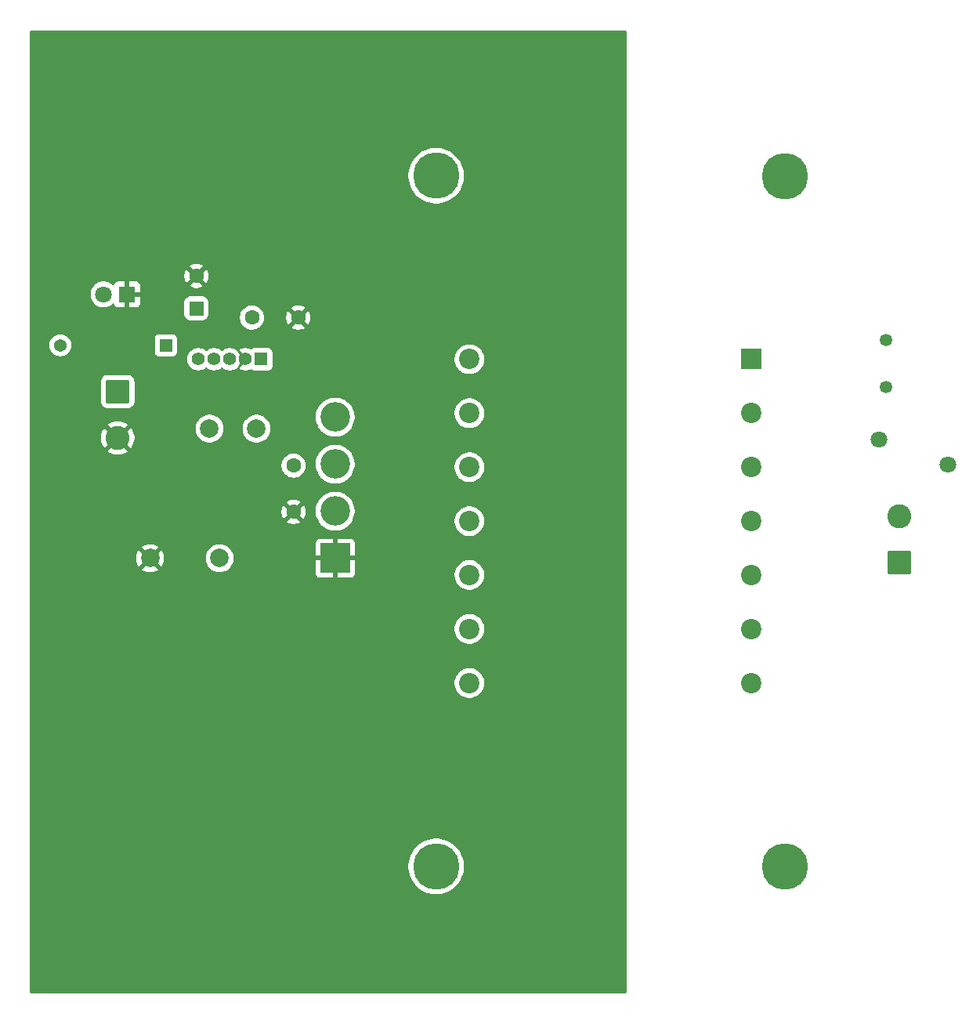
<source format=gbl>
G04 #@! TF.GenerationSoftware,KiCad,Pcbnew,9.0.7-9.0.7~ubuntu24.04.1*
G04 #@! TF.CreationDate,2026-02-08T18:38:21+03:00*
G04 #@! TF.ProjectId,Linear_PowerSup_v1,4c696e65-6172-45f5-906f-776572537570,rev?*
G04 #@! TF.SameCoordinates,Original*
G04 #@! TF.FileFunction,Copper,L2,Bot*
G04 #@! TF.FilePolarity,Positive*
%FSLAX46Y46*%
G04 Gerber Fmt 4.6, Leading zero omitted, Abs format (unit mm)*
G04 Created by KiCad (PCBNEW 9.0.7-9.0.7~ubuntu24.04.1) date 2026-02-08 18:38:21*
%MOMM*%
%LPD*%
G01*
G04 APERTURE LIST*
G04 Aperture macros list*
%AMRoundRect*
0 Rectangle with rounded corners*
0 $1 Rounding radius*
0 $2 $3 $4 $5 $6 $7 $8 $9 X,Y pos of 4 corners*
0 Add a 4 corners polygon primitive as box body*
4,1,4,$2,$3,$4,$5,$6,$7,$8,$9,$2,$3,0*
0 Add four circle primitives for the rounded corners*
1,1,$1+$1,$2,$3*
1,1,$1+$1,$4,$5*
1,1,$1+$1,$6,$7*
1,1,$1+$1,$8,$9*
0 Add four rect primitives between the rounded corners*
20,1,$1+$1,$2,$3,$4,$5,0*
20,1,$1+$1,$4,$5,$6,$7,0*
20,1,$1+$1,$6,$7,$8,$9,0*
20,1,$1+$1,$8,$9,$2,$3,0*%
G04 Aperture macros list end*
G04 #@! TA.AperFunction,ComponentPad*
%ADD10C,2.000000*%
G04 #@! TD*
G04 #@! TA.AperFunction,ComponentPad*
%ADD11RoundRect,0.250000X-1.050000X1.050000X-1.050000X-1.050000X1.050000X-1.050000X1.050000X1.050000X0*%
G04 #@! TD*
G04 #@! TA.AperFunction,ComponentPad*
%ADD12C,2.600000*%
G04 #@! TD*
G04 #@! TA.AperFunction,ComponentPad*
%ADD13RoundRect,0.250000X1.050000X-1.050000X1.050000X1.050000X-1.050000X1.050000X-1.050000X-1.050000X0*%
G04 #@! TD*
G04 #@! TA.AperFunction,ComponentPad*
%ADD14R,1.371600X1.371600*%
G04 #@! TD*
G04 #@! TA.AperFunction,ComponentPad*
%ADD15C,1.371600*%
G04 #@! TD*
G04 #@! TA.AperFunction,ComponentPad*
%ADD16C,1.600000*%
G04 #@! TD*
G04 #@! TA.AperFunction,ComponentPad*
%ADD17C,1.350000*%
G04 #@! TD*
G04 #@! TA.AperFunction,ComponentPad*
%ADD18C,1.800000*%
G04 #@! TD*
G04 #@! TA.AperFunction,ComponentPad*
%ADD19RoundRect,0.250000X0.550000X-0.550000X0.550000X0.550000X-0.550000X0.550000X-0.550000X-0.550000X0*%
G04 #@! TD*
G04 #@! TA.AperFunction,ComponentPad*
%ADD20R,1.800000X1.800000*%
G04 #@! TD*
G04 #@! TA.AperFunction,WasherPad*
%ADD21C,5.000000*%
G04 #@! TD*
G04 #@! TA.AperFunction,ComponentPad*
%ADD22R,2.200000X2.200000*%
G04 #@! TD*
G04 #@! TA.AperFunction,ComponentPad*
%ADD23C,2.200000*%
G04 #@! TD*
G04 #@! TA.AperFunction,ComponentPad*
%ADD24R,3.200000X3.200000*%
G04 #@! TD*
G04 #@! TA.AperFunction,ComponentPad*
%ADD25C,3.200000*%
G04 #@! TD*
G04 #@! TA.AperFunction,ComponentPad*
%ADD26R,1.410000X1.410000*%
G04 #@! TD*
G04 #@! TA.AperFunction,ComponentPad*
%ADD27C,1.410000*%
G04 #@! TD*
G04 APERTURE END LIST*
D10*
X91000000Y-96500000D03*
X83500000Y-96500000D03*
D11*
X80000000Y-78500000D03*
D12*
X80000000Y-83500000D03*
D13*
X164500000Y-97000000D03*
D12*
X164500000Y-92000000D03*
D14*
X85202300Y-73500000D03*
D15*
X73797700Y-73500000D03*
D16*
X99000000Y-86500000D03*
X99000000Y-91500000D03*
D17*
X163000000Y-78000000D03*
X163000000Y-72920000D03*
D16*
X94500000Y-70500000D03*
X99500000Y-70500000D03*
D18*
X162250000Y-83650000D03*
X169750000Y-86350000D03*
D19*
X88500000Y-69500000D03*
D16*
X88500000Y-66000000D03*
D20*
X81000000Y-68000000D03*
D18*
X78460000Y-68000000D03*
D21*
X152100184Y-55197303D03*
X152100000Y-129800000D03*
X114400000Y-129800000D03*
X114400000Y-55175000D03*
D22*
X148459835Y-74999590D03*
D23*
X148469939Y-80830000D03*
X148469939Y-86660000D03*
X148475000Y-92500000D03*
X148485095Y-98325000D03*
X148485095Y-104150000D03*
X148490165Y-110000410D03*
X118000000Y-110000000D03*
X118000000Y-104150000D03*
X118000000Y-98320000D03*
X118000686Y-92489964D03*
X118000000Y-86660000D03*
X118000000Y-80830000D03*
X118000000Y-75000000D03*
D24*
X103500000Y-96500000D03*
D25*
X103500000Y-91420000D03*
X103500000Y-86340000D03*
X103500000Y-81260000D03*
D10*
X95000000Y-82500000D03*
X89920000Y-82490000D03*
D26*
X95500000Y-75000000D03*
D27*
X93800000Y-75000000D03*
X92100000Y-75000000D03*
X90400000Y-75000000D03*
X88700000Y-75000000D03*
G04 #@! TA.AperFunction,Conductor*
G36*
X134943039Y-39520185D02*
G01*
X134988794Y-39572989D01*
X135000000Y-39624500D01*
X135000000Y-143375500D01*
X134980315Y-143442539D01*
X134927511Y-143488294D01*
X134876000Y-143499500D01*
X70624500Y-143499500D01*
X70557461Y-143479815D01*
X70511706Y-143427011D01*
X70500500Y-143375500D01*
X70500500Y-129631491D01*
X111399500Y-129631491D01*
X111399500Y-129968508D01*
X111437231Y-130303381D01*
X111437233Y-130303397D01*
X111512223Y-130631953D01*
X111512227Y-130631965D01*
X111623532Y-130950054D01*
X111769752Y-131253683D01*
X111769754Y-131253686D01*
X111949054Y-131539039D01*
X112159175Y-131802523D01*
X112397477Y-132040825D01*
X112660961Y-132250946D01*
X112946314Y-132430246D01*
X113249949Y-132576469D01*
X113488848Y-132660063D01*
X113568034Y-132687772D01*
X113568046Y-132687776D01*
X113896606Y-132762767D01*
X114231492Y-132800499D01*
X114231493Y-132800500D01*
X114231496Y-132800500D01*
X114568507Y-132800500D01*
X114568507Y-132800499D01*
X114903394Y-132762767D01*
X115231954Y-132687776D01*
X115550051Y-132576469D01*
X115853686Y-132430246D01*
X116139039Y-132250946D01*
X116402523Y-132040825D01*
X116640825Y-131802523D01*
X116850946Y-131539039D01*
X117030246Y-131253686D01*
X117176469Y-130950051D01*
X117287776Y-130631954D01*
X117362767Y-130303394D01*
X117400500Y-129968504D01*
X117400500Y-129631496D01*
X117362767Y-129296606D01*
X117287776Y-128968046D01*
X117176469Y-128649949D01*
X117030246Y-128346314D01*
X116850946Y-128060961D01*
X116640825Y-127797477D01*
X116402523Y-127559175D01*
X116139039Y-127349054D01*
X115853686Y-127169754D01*
X115853683Y-127169752D01*
X115550054Y-127023532D01*
X115231965Y-126912227D01*
X115231953Y-126912223D01*
X114903397Y-126837233D01*
X114903381Y-126837231D01*
X114568508Y-126799500D01*
X114568504Y-126799500D01*
X114231496Y-126799500D01*
X114231491Y-126799500D01*
X113896618Y-126837231D01*
X113896602Y-126837233D01*
X113568046Y-126912223D01*
X113568034Y-126912227D01*
X113249945Y-127023532D01*
X112946316Y-127169752D01*
X112660962Y-127349053D01*
X112397477Y-127559174D01*
X112159174Y-127797477D01*
X111949053Y-128060962D01*
X111769752Y-128346316D01*
X111623532Y-128649945D01*
X111512227Y-128968034D01*
X111512223Y-128968046D01*
X111437233Y-129296602D01*
X111437231Y-129296618D01*
X111399500Y-129631491D01*
X70500500Y-129631491D01*
X70500500Y-109874038D01*
X116399500Y-109874038D01*
X116399500Y-110125961D01*
X116438910Y-110374785D01*
X116516760Y-110614383D01*
X116631132Y-110838848D01*
X116779201Y-111042649D01*
X116779205Y-111042654D01*
X116957345Y-111220794D01*
X116957350Y-111220798D01*
X117135117Y-111349952D01*
X117161155Y-111368870D01*
X117304184Y-111441747D01*
X117385616Y-111483239D01*
X117385618Y-111483239D01*
X117385621Y-111483241D01*
X117625215Y-111561090D01*
X117874038Y-111600500D01*
X117874039Y-111600500D01*
X118125961Y-111600500D01*
X118125962Y-111600500D01*
X118374785Y-111561090D01*
X118614379Y-111483241D01*
X118838845Y-111368870D01*
X119042656Y-111220793D01*
X119220793Y-111042656D01*
X119368870Y-110838845D01*
X119483241Y-110614379D01*
X119561090Y-110374785D01*
X119600500Y-110125962D01*
X119600500Y-109874038D01*
X119561090Y-109625215D01*
X119483241Y-109385621D01*
X119483239Y-109385618D01*
X119483239Y-109385616D01*
X119441747Y-109304184D01*
X119368870Y-109161155D01*
X119349952Y-109135117D01*
X119220798Y-108957350D01*
X119220794Y-108957345D01*
X119042654Y-108779205D01*
X119042649Y-108779201D01*
X118838848Y-108631132D01*
X118838847Y-108631131D01*
X118838845Y-108631130D01*
X118768747Y-108595413D01*
X118614383Y-108516760D01*
X118374785Y-108438910D01*
X118125962Y-108399500D01*
X117874038Y-108399500D01*
X117749626Y-108419205D01*
X117625214Y-108438910D01*
X117385616Y-108516760D01*
X117161151Y-108631132D01*
X116957350Y-108779201D01*
X116957345Y-108779205D01*
X116779205Y-108957345D01*
X116779201Y-108957350D01*
X116631132Y-109161151D01*
X116516760Y-109385616D01*
X116438910Y-109625214D01*
X116399500Y-109874038D01*
X70500500Y-109874038D01*
X70500500Y-104024038D01*
X116399500Y-104024038D01*
X116399500Y-104275961D01*
X116438910Y-104524785D01*
X116516760Y-104764383D01*
X116631132Y-104988848D01*
X116779201Y-105192649D01*
X116779205Y-105192654D01*
X116957345Y-105370794D01*
X116957350Y-105370798D01*
X117135117Y-105499952D01*
X117161155Y-105518870D01*
X117304184Y-105591747D01*
X117385616Y-105633239D01*
X117385618Y-105633239D01*
X117385621Y-105633241D01*
X117625215Y-105711090D01*
X117874038Y-105750500D01*
X117874039Y-105750500D01*
X118125961Y-105750500D01*
X118125962Y-105750500D01*
X118374785Y-105711090D01*
X118614379Y-105633241D01*
X118838845Y-105518870D01*
X119042656Y-105370793D01*
X119220793Y-105192656D01*
X119368870Y-104988845D01*
X119483241Y-104764379D01*
X119561090Y-104524785D01*
X119600500Y-104275962D01*
X119600500Y-104024038D01*
X119561090Y-103775215D01*
X119483241Y-103535621D01*
X119483239Y-103535618D01*
X119483239Y-103535616D01*
X119441747Y-103454184D01*
X119368870Y-103311155D01*
X119349952Y-103285117D01*
X119220798Y-103107350D01*
X119220794Y-103107345D01*
X119042654Y-102929205D01*
X119042649Y-102929201D01*
X118838848Y-102781132D01*
X118838847Y-102781131D01*
X118838845Y-102781130D01*
X118768747Y-102745413D01*
X118614383Y-102666760D01*
X118374785Y-102588910D01*
X118125962Y-102549500D01*
X117874038Y-102549500D01*
X117749626Y-102569205D01*
X117625214Y-102588910D01*
X117385616Y-102666760D01*
X117161151Y-102781132D01*
X116957350Y-102929201D01*
X116957345Y-102929205D01*
X116779205Y-103107345D01*
X116779201Y-103107350D01*
X116631132Y-103311151D01*
X116516760Y-103535616D01*
X116438910Y-103775214D01*
X116399500Y-104024038D01*
X70500500Y-104024038D01*
X70500500Y-96381947D01*
X82000000Y-96381947D01*
X82000000Y-96618052D01*
X82036934Y-96851247D01*
X82109897Y-97075802D01*
X82217087Y-97286174D01*
X82277338Y-97369104D01*
X82277340Y-97369105D01*
X83017037Y-96629408D01*
X83034075Y-96692993D01*
X83099901Y-96807007D01*
X83192993Y-96900099D01*
X83307007Y-96965925D01*
X83370590Y-96982962D01*
X82630893Y-97722658D01*
X82713828Y-97782914D01*
X82924197Y-97890102D01*
X83148752Y-97963065D01*
X83148751Y-97963065D01*
X83381948Y-98000000D01*
X83618052Y-98000000D01*
X83851247Y-97963065D01*
X84075802Y-97890102D01*
X84286163Y-97782918D01*
X84286169Y-97782914D01*
X84369104Y-97722658D01*
X84369105Y-97722658D01*
X83629408Y-96982962D01*
X83692993Y-96965925D01*
X83807007Y-96900099D01*
X83900099Y-96807007D01*
X83965925Y-96692993D01*
X83982962Y-96629409D01*
X84722658Y-97369105D01*
X84722658Y-97369104D01*
X84782914Y-97286169D01*
X84782918Y-97286163D01*
X84890102Y-97075802D01*
X84963065Y-96851247D01*
X85000000Y-96618052D01*
X85000000Y-96381947D01*
X84999993Y-96381902D01*
X89499500Y-96381902D01*
X89499500Y-96618097D01*
X89536446Y-96851368D01*
X89609433Y-97075996D01*
X89677178Y-97208951D01*
X89716657Y-97286433D01*
X89855483Y-97477510D01*
X90022490Y-97644517D01*
X90213567Y-97783343D01*
X90312991Y-97834002D01*
X90424003Y-97890566D01*
X90424005Y-97890566D01*
X90424008Y-97890568D01*
X90544412Y-97929689D01*
X90648631Y-97963553D01*
X90881903Y-98000500D01*
X90881908Y-98000500D01*
X91118097Y-98000500D01*
X91351368Y-97963553D01*
X91407809Y-97945214D01*
X91575992Y-97890568D01*
X91786433Y-97783343D01*
X91977510Y-97644517D01*
X92144517Y-97477510D01*
X92283343Y-97286433D01*
X92390568Y-97075992D01*
X92463553Y-96851368D01*
X92484439Y-96719500D01*
X92490816Y-96679240D01*
X92500500Y-96618097D01*
X92500500Y-96381902D01*
X92463553Y-96148631D01*
X92390566Y-95924003D01*
X92322822Y-95791049D01*
X92283343Y-95713567D01*
X92144517Y-95522490D01*
X91977510Y-95355483D01*
X91786433Y-95216657D01*
X91575996Y-95109433D01*
X91351368Y-95036446D01*
X91118097Y-94999500D01*
X91118092Y-94999500D01*
X90881908Y-94999500D01*
X90881903Y-94999500D01*
X90648631Y-95036446D01*
X90424003Y-95109433D01*
X90213566Y-95216657D01*
X90130047Y-95277338D01*
X90022490Y-95355483D01*
X90022488Y-95355485D01*
X90022487Y-95355485D01*
X89855485Y-95522487D01*
X89855485Y-95522488D01*
X89855483Y-95522490D01*
X89795862Y-95604550D01*
X89716657Y-95713566D01*
X89609433Y-95924003D01*
X89536446Y-96148631D01*
X89499500Y-96381902D01*
X84999993Y-96381902D01*
X84963065Y-96148752D01*
X84890102Y-95924197D01*
X84782914Y-95713828D01*
X84722658Y-95630894D01*
X84722658Y-95630893D01*
X83982962Y-96370590D01*
X83965925Y-96307007D01*
X83900099Y-96192993D01*
X83807007Y-96099901D01*
X83692993Y-96034075D01*
X83629409Y-96017037D01*
X84369105Y-95277340D01*
X84369104Y-95277338D01*
X84286174Y-95217087D01*
X84075802Y-95109897D01*
X83851247Y-95036934D01*
X83851248Y-95036934D01*
X83618052Y-95000000D01*
X83381948Y-95000000D01*
X83148752Y-95036934D01*
X82924197Y-95109897D01*
X82713830Y-95217084D01*
X82630894Y-95277340D01*
X83370591Y-96017037D01*
X83307007Y-96034075D01*
X83192993Y-96099901D01*
X83099901Y-96192993D01*
X83034075Y-96307007D01*
X83017037Y-96370591D01*
X82277340Y-95630894D01*
X82217084Y-95713830D01*
X82109897Y-95924197D01*
X82036934Y-96148752D01*
X82000000Y-96381947D01*
X70500500Y-96381947D01*
X70500500Y-94852155D01*
X101400000Y-94852155D01*
X101400000Y-96250000D01*
X102737639Y-96250000D01*
X102730743Y-96266649D01*
X102700000Y-96421207D01*
X102700000Y-96578793D01*
X102730743Y-96733351D01*
X102737639Y-96750000D01*
X101400000Y-96750000D01*
X101400000Y-98147844D01*
X101406401Y-98207372D01*
X101406403Y-98207379D01*
X101456645Y-98342086D01*
X101456649Y-98342093D01*
X101542809Y-98457187D01*
X101542812Y-98457190D01*
X101657906Y-98543350D01*
X101657913Y-98543354D01*
X101792620Y-98593596D01*
X101792627Y-98593598D01*
X101852155Y-98599999D01*
X101852172Y-98600000D01*
X103250000Y-98600000D01*
X103250000Y-97262360D01*
X103266649Y-97269257D01*
X103421207Y-97300000D01*
X103578793Y-97300000D01*
X103733351Y-97269257D01*
X103750000Y-97262360D01*
X103750000Y-98600000D01*
X105147828Y-98600000D01*
X105147844Y-98599999D01*
X105207372Y-98593598D01*
X105207379Y-98593596D01*
X105342086Y-98543354D01*
X105342093Y-98543350D01*
X105457187Y-98457190D01*
X105457190Y-98457187D01*
X105543350Y-98342093D01*
X105543354Y-98342086D01*
X105593596Y-98207380D01*
X105595031Y-98194038D01*
X116399500Y-98194038D01*
X116399500Y-98445962D01*
X116422883Y-98593596D01*
X116438910Y-98694785D01*
X116516760Y-98934383D01*
X116631132Y-99158848D01*
X116779201Y-99362649D01*
X116779205Y-99362654D01*
X116957345Y-99540794D01*
X116957350Y-99540798D01*
X117135117Y-99669952D01*
X117161155Y-99688870D01*
X117304184Y-99761747D01*
X117385616Y-99803239D01*
X117385618Y-99803239D01*
X117385621Y-99803241D01*
X117625215Y-99881090D01*
X117874038Y-99920500D01*
X117874039Y-99920500D01*
X118125961Y-99920500D01*
X118125962Y-99920500D01*
X118374785Y-99881090D01*
X118614379Y-99803241D01*
X118838845Y-99688870D01*
X119042656Y-99540793D01*
X119220793Y-99362656D01*
X119368870Y-99158845D01*
X119483241Y-98934379D01*
X119561090Y-98694785D01*
X119600500Y-98445962D01*
X119600500Y-98194038D01*
X119561090Y-97945215D01*
X119483241Y-97705621D01*
X119483239Y-97705618D01*
X119483239Y-97705616D01*
X119441747Y-97624184D01*
X119368870Y-97481155D01*
X119287461Y-97369105D01*
X119220798Y-97277350D01*
X119220794Y-97277345D01*
X119042654Y-97099205D01*
X119042649Y-97099201D01*
X118838848Y-96951132D01*
X118838847Y-96951131D01*
X118838845Y-96951130D01*
X118738691Y-96900099D01*
X118614383Y-96836760D01*
X118374785Y-96758910D01*
X118318530Y-96750000D01*
X118125962Y-96719500D01*
X117874038Y-96719500D01*
X117786587Y-96733351D01*
X117625214Y-96758910D01*
X117385616Y-96836760D01*
X117161151Y-96951132D01*
X116957350Y-97099201D01*
X116957345Y-97099205D01*
X116779205Y-97277345D01*
X116779201Y-97277350D01*
X116631132Y-97481151D01*
X116516760Y-97705616D01*
X116438910Y-97945214D01*
X116430233Y-98000000D01*
X116399500Y-98194038D01*
X105595031Y-98194038D01*
X105596980Y-98175911D01*
X105596980Y-98175908D01*
X105599999Y-98147839D01*
X105600000Y-98147827D01*
X105600000Y-96750000D01*
X104262361Y-96750000D01*
X104269257Y-96733351D01*
X104300000Y-96578793D01*
X104300000Y-96421207D01*
X104269257Y-96266649D01*
X104262361Y-96250000D01*
X105600000Y-96250000D01*
X105600000Y-94852172D01*
X105599999Y-94852155D01*
X105593598Y-94792627D01*
X105593596Y-94792620D01*
X105543354Y-94657913D01*
X105543350Y-94657906D01*
X105457190Y-94542812D01*
X105457187Y-94542809D01*
X105342093Y-94456649D01*
X105342086Y-94456645D01*
X105207379Y-94406403D01*
X105207372Y-94406401D01*
X105147844Y-94400000D01*
X103750000Y-94400000D01*
X103750000Y-95737639D01*
X103733351Y-95730743D01*
X103578793Y-95700000D01*
X103421207Y-95700000D01*
X103266649Y-95730743D01*
X103250000Y-95737639D01*
X103250000Y-94400000D01*
X101852155Y-94400000D01*
X101792627Y-94406401D01*
X101792620Y-94406403D01*
X101657913Y-94456645D01*
X101657906Y-94456649D01*
X101542812Y-94542809D01*
X101542809Y-94542812D01*
X101456649Y-94657906D01*
X101456645Y-94657913D01*
X101406403Y-94792620D01*
X101406401Y-94792627D01*
X101400000Y-94852155D01*
X70500500Y-94852155D01*
X70500500Y-91397682D01*
X97700000Y-91397682D01*
X97700000Y-91602317D01*
X97732009Y-91804417D01*
X97795244Y-91999031D01*
X97888141Y-92181350D01*
X97888147Y-92181359D01*
X97920523Y-92225921D01*
X97920524Y-92225922D01*
X98600000Y-91546446D01*
X98600000Y-91552661D01*
X98627259Y-91654394D01*
X98679920Y-91745606D01*
X98754394Y-91820080D01*
X98845606Y-91872741D01*
X98947339Y-91900000D01*
X98953553Y-91900000D01*
X98274076Y-92579474D01*
X98318650Y-92611859D01*
X98500968Y-92704755D01*
X98695582Y-92767990D01*
X98897683Y-92800000D01*
X99102317Y-92800000D01*
X99304417Y-92767990D01*
X99499031Y-92704755D01*
X99681349Y-92611859D01*
X99725921Y-92579474D01*
X99046447Y-91900000D01*
X99052661Y-91900000D01*
X99154394Y-91872741D01*
X99245606Y-91820080D01*
X99320080Y-91745606D01*
X99372741Y-91654394D01*
X99400000Y-91552661D01*
X99400000Y-91546448D01*
X100079474Y-92225922D01*
X100079474Y-92225921D01*
X100111859Y-92181349D01*
X100204755Y-91999031D01*
X100267990Y-91804417D01*
X100300000Y-91602317D01*
X100300000Y-91397682D01*
X100284159Y-91297665D01*
X100281730Y-91282332D01*
X101399500Y-91282332D01*
X101399500Y-91557667D01*
X101399501Y-91557684D01*
X101435438Y-91830655D01*
X101435439Y-91830660D01*
X101435440Y-91830666D01*
X101435441Y-91830668D01*
X101506704Y-92096630D01*
X101612075Y-92351017D01*
X101612080Y-92351028D01*
X101694861Y-92494407D01*
X101749751Y-92589479D01*
X101749753Y-92589482D01*
X101749754Y-92589483D01*
X101917370Y-92807926D01*
X101917376Y-92807933D01*
X102112066Y-93002623D01*
X102112072Y-93002628D01*
X102330521Y-93170249D01*
X102483778Y-93258732D01*
X102568971Y-93307919D01*
X102568976Y-93307921D01*
X102568979Y-93307923D01*
X102823368Y-93413295D01*
X103089334Y-93484560D01*
X103362326Y-93520500D01*
X103362333Y-93520500D01*
X103637667Y-93520500D01*
X103637674Y-93520500D01*
X103910666Y-93484560D01*
X104176632Y-93413295D01*
X104431021Y-93307923D01*
X104669479Y-93170249D01*
X104887928Y-93002628D01*
X105082628Y-92807928D01*
X105250249Y-92589479D01*
X105380428Y-92364002D01*
X116400186Y-92364002D01*
X116400186Y-92615925D01*
X116439596Y-92864749D01*
X116517446Y-93104347D01*
X116631818Y-93328812D01*
X116779887Y-93532613D01*
X116779891Y-93532618D01*
X116958031Y-93710758D01*
X116958036Y-93710762D01*
X117135803Y-93839916D01*
X117161841Y-93858834D01*
X117304870Y-93931711D01*
X117386302Y-93973203D01*
X117386304Y-93973203D01*
X117386307Y-93973205D01*
X117625901Y-94051054D01*
X117874724Y-94090464D01*
X117874725Y-94090464D01*
X118126647Y-94090464D01*
X118126648Y-94090464D01*
X118375471Y-94051054D01*
X118615065Y-93973205D01*
X118839531Y-93858834D01*
X119043342Y-93710757D01*
X119221479Y-93532620D01*
X119369556Y-93328809D01*
X119483927Y-93104343D01*
X119561776Y-92864749D01*
X119601186Y-92615926D01*
X119601186Y-92364002D01*
X119561776Y-92115179D01*
X119483927Y-91875585D01*
X119483925Y-91875582D01*
X119483925Y-91875580D01*
X119417699Y-91745606D01*
X119369556Y-91651119D01*
X119301672Y-91557684D01*
X119221484Y-91447314D01*
X119221480Y-91447309D01*
X119043340Y-91269169D01*
X119043335Y-91269165D01*
X118839534Y-91121096D01*
X118839533Y-91121095D01*
X118839531Y-91121094D01*
X118769433Y-91085377D01*
X118615069Y-91006724D01*
X118375471Y-90928874D01*
X118126648Y-90889464D01*
X117874724Y-90889464D01*
X117750312Y-90909169D01*
X117625900Y-90928874D01*
X117386302Y-91006724D01*
X117161837Y-91121096D01*
X116958036Y-91269165D01*
X116958031Y-91269169D01*
X116779891Y-91447309D01*
X116779887Y-91447314D01*
X116631818Y-91651115D01*
X116517446Y-91875580D01*
X116439596Y-92115178D01*
X116400186Y-92364002D01*
X105380428Y-92364002D01*
X105387923Y-92351021D01*
X105493295Y-92096632D01*
X105564560Y-91830666D01*
X105600500Y-91557674D01*
X105600500Y-91282326D01*
X105564560Y-91009334D01*
X105493295Y-90743368D01*
X105387923Y-90488979D01*
X105387921Y-90488976D01*
X105387919Y-90488971D01*
X105338732Y-90403778D01*
X105250249Y-90250521D01*
X105082628Y-90032072D01*
X105082623Y-90032066D01*
X104887933Y-89837376D01*
X104887926Y-89837370D01*
X104669483Y-89669754D01*
X104669482Y-89669753D01*
X104669479Y-89669751D01*
X104574407Y-89614861D01*
X104431028Y-89532080D01*
X104431017Y-89532075D01*
X104176630Y-89426704D01*
X104043649Y-89391072D01*
X103910666Y-89355440D01*
X103910660Y-89355439D01*
X103910655Y-89355438D01*
X103637684Y-89319501D01*
X103637679Y-89319500D01*
X103637674Y-89319500D01*
X103362326Y-89319500D01*
X103362320Y-89319500D01*
X103362315Y-89319501D01*
X103089344Y-89355438D01*
X103089337Y-89355439D01*
X103089334Y-89355440D01*
X103033125Y-89370500D01*
X102823369Y-89426704D01*
X102568982Y-89532075D01*
X102568971Y-89532080D01*
X102330516Y-89669754D01*
X102112073Y-89837370D01*
X102112066Y-89837376D01*
X101917376Y-90032066D01*
X101917370Y-90032073D01*
X101749754Y-90250516D01*
X101612080Y-90488971D01*
X101612075Y-90488982D01*
X101506704Y-90743369D01*
X101486533Y-90818650D01*
X101436140Y-91006724D01*
X101435441Y-91009331D01*
X101435438Y-91009344D01*
X101399501Y-91282315D01*
X101399500Y-91282332D01*
X100281730Y-91282332D01*
X100267989Y-91195581D01*
X100204755Y-91000968D01*
X100111859Y-90818650D01*
X100079474Y-90774077D01*
X100079474Y-90774076D01*
X99400000Y-91453551D01*
X99400000Y-91447339D01*
X99372741Y-91345606D01*
X99320080Y-91254394D01*
X99245606Y-91179920D01*
X99154394Y-91127259D01*
X99052661Y-91100000D01*
X99046446Y-91100000D01*
X99725922Y-90420524D01*
X99725921Y-90420523D01*
X99681359Y-90388147D01*
X99681350Y-90388141D01*
X99499031Y-90295244D01*
X99304417Y-90232009D01*
X99102317Y-90200000D01*
X98897683Y-90200000D01*
X98695582Y-90232009D01*
X98500968Y-90295244D01*
X98318644Y-90388143D01*
X98274077Y-90420523D01*
X98274077Y-90420524D01*
X98953554Y-91100000D01*
X98947339Y-91100000D01*
X98845606Y-91127259D01*
X98754394Y-91179920D01*
X98679920Y-91254394D01*
X98627259Y-91345606D01*
X98600000Y-91447339D01*
X98600000Y-91453553D01*
X97920524Y-90774077D01*
X97920523Y-90774077D01*
X97888143Y-90818644D01*
X97795244Y-91000968D01*
X97732009Y-91195582D01*
X97700000Y-91397682D01*
X70500500Y-91397682D01*
X70500500Y-86397648D01*
X97699500Y-86397648D01*
X97699500Y-86602351D01*
X97731522Y-86804534D01*
X97794781Y-86999223D01*
X97887715Y-87181613D01*
X98008028Y-87347213D01*
X98152786Y-87491971D01*
X98307749Y-87604556D01*
X98318390Y-87612287D01*
X98434607Y-87671503D01*
X98500776Y-87705218D01*
X98500778Y-87705218D01*
X98500781Y-87705220D01*
X98605137Y-87739127D01*
X98695465Y-87768477D01*
X98796557Y-87784488D01*
X98897648Y-87800500D01*
X98897649Y-87800500D01*
X99102351Y-87800500D01*
X99102352Y-87800500D01*
X99304534Y-87768477D01*
X99499219Y-87705220D01*
X99681610Y-87612287D01*
X99823109Y-87509483D01*
X99847213Y-87491971D01*
X99847215Y-87491968D01*
X99847219Y-87491966D01*
X99991966Y-87347219D01*
X99991968Y-87347215D01*
X99991971Y-87347213D01*
X100047330Y-87271017D01*
X100112287Y-87181610D01*
X100205220Y-86999219D01*
X100268477Y-86804534D01*
X100300500Y-86602352D01*
X100300500Y-86397648D01*
X100269564Y-86202332D01*
X101399500Y-86202332D01*
X101399500Y-86477667D01*
X101399501Y-86477684D01*
X101435438Y-86750655D01*
X101435439Y-86750660D01*
X101435440Y-86750666D01*
X101449874Y-86804534D01*
X101506704Y-87016630D01*
X101612075Y-87271017D01*
X101612080Y-87271028D01*
X101656070Y-87347219D01*
X101749751Y-87509479D01*
X101749753Y-87509482D01*
X101749754Y-87509483D01*
X101917370Y-87727926D01*
X101917376Y-87727933D01*
X102112066Y-87922623D01*
X102112072Y-87922628D01*
X102330521Y-88090249D01*
X102422306Y-88143241D01*
X102568971Y-88227919D01*
X102568976Y-88227921D01*
X102568979Y-88227923D01*
X102823368Y-88333295D01*
X103089334Y-88404560D01*
X103362326Y-88440500D01*
X103362333Y-88440500D01*
X103637667Y-88440500D01*
X103637674Y-88440500D01*
X103910666Y-88404560D01*
X104176632Y-88333295D01*
X104431021Y-88227923D01*
X104669479Y-88090249D01*
X104887928Y-87922628D01*
X105082628Y-87727928D01*
X105250249Y-87509479D01*
X105387923Y-87271021D01*
X105493295Y-87016632D01*
X105564560Y-86750666D01*
X105593080Y-86534038D01*
X116399500Y-86534038D01*
X116399500Y-86785962D01*
X116436035Y-87016630D01*
X116438910Y-87034785D01*
X116516760Y-87274383D01*
X116631132Y-87498848D01*
X116779201Y-87702649D01*
X116779205Y-87702654D01*
X116957345Y-87880794D01*
X116957350Y-87880798D01*
X117014926Y-87922629D01*
X117161155Y-88028870D01*
X117304184Y-88101747D01*
X117385616Y-88143239D01*
X117385618Y-88143239D01*
X117385621Y-88143241D01*
X117625215Y-88221090D01*
X117874038Y-88260500D01*
X117874039Y-88260500D01*
X118125961Y-88260500D01*
X118125962Y-88260500D01*
X118374785Y-88221090D01*
X118614379Y-88143241D01*
X118838845Y-88028870D01*
X119042656Y-87880793D01*
X119220793Y-87702656D01*
X119368870Y-87498845D01*
X119483241Y-87274379D01*
X119561090Y-87034785D01*
X119600500Y-86785962D01*
X119600500Y-86534038D01*
X119561090Y-86285215D01*
X119483241Y-86045621D01*
X119483239Y-86045618D01*
X119483239Y-86045616D01*
X119423988Y-85929331D01*
X119368870Y-85821155D01*
X119349952Y-85795117D01*
X119220798Y-85617350D01*
X119220794Y-85617345D01*
X119042654Y-85439205D01*
X119042649Y-85439201D01*
X118838848Y-85291132D01*
X118838847Y-85291131D01*
X118838845Y-85291130D01*
X118721858Y-85231522D01*
X118614383Y-85176760D01*
X118374785Y-85098910D01*
X118125962Y-85059500D01*
X117874038Y-85059500D01*
X117749626Y-85079205D01*
X117625214Y-85098910D01*
X117385616Y-85176760D01*
X117161151Y-85291132D01*
X116957350Y-85439201D01*
X116957345Y-85439205D01*
X116779205Y-85617345D01*
X116779201Y-85617350D01*
X116631132Y-85821151D01*
X116516760Y-86045616D01*
X116460858Y-86217665D01*
X116438910Y-86285215D01*
X116399500Y-86534038D01*
X105593080Y-86534038D01*
X105600500Y-86477674D01*
X105600500Y-86202326D01*
X105564560Y-85929334D01*
X105493295Y-85663368D01*
X105387923Y-85408979D01*
X105387921Y-85408976D01*
X105387919Y-85408971D01*
X105325003Y-85299999D01*
X105250249Y-85170521D01*
X105082628Y-84952072D01*
X105082623Y-84952066D01*
X104887933Y-84757376D01*
X104887926Y-84757370D01*
X104669483Y-84589754D01*
X104669482Y-84589753D01*
X104669479Y-84589751D01*
X104517804Y-84502181D01*
X104431028Y-84452080D01*
X104431017Y-84452075D01*
X104176630Y-84346704D01*
X104043649Y-84311072D01*
X103910666Y-84275440D01*
X103910660Y-84275439D01*
X103910655Y-84275438D01*
X103637684Y-84239501D01*
X103637679Y-84239500D01*
X103637674Y-84239500D01*
X103362326Y-84239500D01*
X103362320Y-84239500D01*
X103362315Y-84239501D01*
X103089344Y-84275438D01*
X103089337Y-84275439D01*
X103089334Y-84275440D01*
X103033125Y-84290500D01*
X102823369Y-84346704D01*
X102568982Y-84452075D01*
X102568971Y-84452080D01*
X102330516Y-84589754D01*
X102112073Y-84757370D01*
X102112066Y-84757376D01*
X101917376Y-84952066D01*
X101917370Y-84952073D01*
X101749754Y-85170516D01*
X101749751Y-85170520D01*
X101749751Y-85170521D01*
X101746149Y-85176760D01*
X101612080Y-85408971D01*
X101612075Y-85408982D01*
X101506704Y-85663369D01*
X101435441Y-85929331D01*
X101435438Y-85929344D01*
X101399501Y-86202315D01*
X101399500Y-86202332D01*
X100269564Y-86202332D01*
X100268477Y-86195466D01*
X100268477Y-86195465D01*
X100205218Y-86000776D01*
X100168814Y-85929331D01*
X100112287Y-85818390D01*
X100104556Y-85807749D01*
X99991971Y-85652786D01*
X99847213Y-85508028D01*
X99681613Y-85387715D01*
X99681612Y-85387714D01*
X99681610Y-85387713D01*
X99624653Y-85358691D01*
X99499223Y-85294781D01*
X99304534Y-85231522D01*
X99129995Y-85203878D01*
X99102352Y-85199500D01*
X98897648Y-85199500D01*
X98873329Y-85203351D01*
X98695465Y-85231522D01*
X98500776Y-85294781D01*
X98318386Y-85387715D01*
X98152786Y-85508028D01*
X98008028Y-85652786D01*
X97887715Y-85818386D01*
X97794781Y-86000776D01*
X97731522Y-86195465D01*
X97699500Y-86397648D01*
X70500500Y-86397648D01*
X70500500Y-83382014D01*
X78200000Y-83382014D01*
X78200000Y-83617985D01*
X78230799Y-83851914D01*
X78291870Y-84079837D01*
X78382160Y-84297819D01*
X78382165Y-84297828D01*
X78500144Y-84502171D01*
X78500145Y-84502172D01*
X78562721Y-84583723D01*
X79398958Y-83747487D01*
X79423978Y-83807890D01*
X79495112Y-83914351D01*
X79585649Y-84004888D01*
X79692110Y-84076022D01*
X79752511Y-84101041D01*
X78916275Y-84937277D01*
X78997827Y-84999854D01*
X78997828Y-84999855D01*
X79202171Y-85117834D01*
X79202180Y-85117839D01*
X79420163Y-85208129D01*
X79420161Y-85208129D01*
X79648085Y-85269200D01*
X79882014Y-85299999D01*
X79882029Y-85300000D01*
X80117971Y-85300000D01*
X80117985Y-85299999D01*
X80351914Y-85269200D01*
X80579837Y-85208129D01*
X80797819Y-85117839D01*
X80797828Y-85117834D01*
X81002181Y-84999850D01*
X81083723Y-84937279D01*
X81083723Y-84937276D01*
X80247487Y-84101041D01*
X80307890Y-84076022D01*
X80414351Y-84004888D01*
X80504888Y-83914351D01*
X80576022Y-83807890D01*
X80601041Y-83747488D01*
X81437276Y-84583723D01*
X81437279Y-84583723D01*
X81499850Y-84502181D01*
X81617834Y-84297828D01*
X81617839Y-84297819D01*
X81708129Y-84079837D01*
X81769200Y-83851914D01*
X81799999Y-83617985D01*
X81800000Y-83617971D01*
X81800000Y-83382028D01*
X81799999Y-83382014D01*
X81769200Y-83148085D01*
X81708129Y-82920162D01*
X81617839Y-82702180D01*
X81617834Y-82702171D01*
X81499855Y-82497828D01*
X81499848Y-82497817D01*
X81457421Y-82442526D01*
X81457418Y-82442523D01*
X81437277Y-82416275D01*
X80601041Y-83252511D01*
X80576022Y-83192110D01*
X80504888Y-83085649D01*
X80414351Y-82995112D01*
X80307890Y-82923978D01*
X80247488Y-82898958D01*
X80774543Y-82371902D01*
X88419500Y-82371902D01*
X88419500Y-82608097D01*
X88456446Y-82841368D01*
X88529433Y-83065996D01*
X88636657Y-83276433D01*
X88775483Y-83467510D01*
X88942490Y-83634517D01*
X89133567Y-83773343D01*
X89232991Y-83824002D01*
X89344003Y-83880566D01*
X89344005Y-83880566D01*
X89344008Y-83880568D01*
X89447981Y-83914351D01*
X89568631Y-83953553D01*
X89801903Y-83990500D01*
X89801908Y-83990500D01*
X90038097Y-83990500D01*
X90271368Y-83953553D01*
X90495992Y-83880568D01*
X90706433Y-83773343D01*
X90897510Y-83634517D01*
X91064517Y-83467510D01*
X91203343Y-83276433D01*
X91310568Y-83065992D01*
X91383553Y-82841368D01*
X91420500Y-82608097D01*
X91420500Y-82381902D01*
X93499500Y-82381902D01*
X93499500Y-82618097D01*
X93536446Y-82851368D01*
X93609433Y-83075996D01*
X93646165Y-83148085D01*
X93716657Y-83286433D01*
X93855483Y-83477510D01*
X94022490Y-83644517D01*
X94213567Y-83783343D01*
X94312991Y-83834002D01*
X94424003Y-83890566D01*
X94424005Y-83890566D01*
X94424008Y-83890568D01*
X94544412Y-83929689D01*
X94648631Y-83963553D01*
X94881903Y-84000500D01*
X94881908Y-84000500D01*
X95118097Y-84000500D01*
X95351368Y-83963553D01*
X95575992Y-83890568D01*
X95786433Y-83783343D01*
X95977510Y-83644517D01*
X96144517Y-83477510D01*
X96283343Y-83286433D01*
X96390568Y-83075992D01*
X96463553Y-82851368D01*
X96487182Y-82702180D01*
X96500500Y-82618097D01*
X96500500Y-82381902D01*
X96463553Y-82148631D01*
X96415306Y-82000144D01*
X96390568Y-81924008D01*
X96390566Y-81924005D01*
X96390566Y-81924003D01*
X96283342Y-81713566D01*
X96144517Y-81522490D01*
X95977510Y-81355483D01*
X95789087Y-81218585D01*
X95789086Y-81218584D01*
X95786435Y-81216658D01*
X95601311Y-81122332D01*
X101399500Y-81122332D01*
X101399500Y-81397667D01*
X101399501Y-81397684D01*
X101435438Y-81670655D01*
X101435439Y-81670660D01*
X101435440Y-81670666D01*
X101451553Y-81730799D01*
X101506704Y-81936630D01*
X101612075Y-82191017D01*
X101612080Y-82191028D01*
X101682640Y-82313239D01*
X101749751Y-82429479D01*
X101749753Y-82429482D01*
X101749754Y-82429483D01*
X101917370Y-82647926D01*
X101917376Y-82647933D01*
X102112066Y-82842623D01*
X102112072Y-82842628D01*
X102330521Y-83010249D01*
X102483778Y-83098732D01*
X102568971Y-83147919D01*
X102568976Y-83147921D01*
X102568979Y-83147923D01*
X102823368Y-83253295D01*
X103089334Y-83324560D01*
X103362326Y-83360500D01*
X103362333Y-83360500D01*
X103637667Y-83360500D01*
X103637674Y-83360500D01*
X103910666Y-83324560D01*
X104176632Y-83253295D01*
X104431021Y-83147923D01*
X104669479Y-83010249D01*
X104887928Y-82842628D01*
X105082628Y-82647928D01*
X105250249Y-82429479D01*
X105387923Y-82191021D01*
X105493295Y-81936632D01*
X105564560Y-81670666D01*
X105600500Y-81397674D01*
X105600500Y-81122326D01*
X105564560Y-80849334D01*
X105525628Y-80704038D01*
X116399500Y-80704038D01*
X116399500Y-80955962D01*
X116423808Y-81109433D01*
X116438910Y-81204785D01*
X116516760Y-81444383D01*
X116631132Y-81668848D01*
X116779201Y-81872649D01*
X116779205Y-81872654D01*
X116957345Y-82050794D01*
X116957350Y-82050798D01*
X117078243Y-82138631D01*
X117161155Y-82198870D01*
X117304184Y-82271747D01*
X117385616Y-82313239D01*
X117385618Y-82313239D01*
X117385621Y-82313241D01*
X117625215Y-82391090D01*
X117874038Y-82430500D01*
X117874039Y-82430500D01*
X118125961Y-82430500D01*
X118125962Y-82430500D01*
X118374785Y-82391090D01*
X118614379Y-82313241D01*
X118838845Y-82198870D01*
X119042656Y-82050793D01*
X119220793Y-81872656D01*
X119368870Y-81668845D01*
X119483241Y-81444379D01*
X119561090Y-81204785D01*
X119600500Y-80955962D01*
X119600500Y-80704038D01*
X119561090Y-80455215D01*
X119483241Y-80215621D01*
X119483239Y-80215618D01*
X119483239Y-80215616D01*
X119419497Y-80090516D01*
X119368870Y-79991155D01*
X119282352Y-79872073D01*
X119220798Y-79787350D01*
X119220794Y-79787345D01*
X119042654Y-79609205D01*
X119042649Y-79609201D01*
X118838848Y-79461132D01*
X118838847Y-79461131D01*
X118838845Y-79461130D01*
X118768747Y-79425413D01*
X118614383Y-79346760D01*
X118374785Y-79268910D01*
X118360857Y-79266704D01*
X118125962Y-79229500D01*
X117874038Y-79229500D01*
X117749626Y-79249205D01*
X117625214Y-79268910D01*
X117385616Y-79346760D01*
X117161151Y-79461132D01*
X116957350Y-79609201D01*
X116957345Y-79609205D01*
X116779205Y-79787345D01*
X116779201Y-79787350D01*
X116631132Y-79991151D01*
X116516760Y-80215616D01*
X116438910Y-80455214D01*
X116438910Y-80455215D01*
X116399500Y-80704038D01*
X105525628Y-80704038D01*
X105493295Y-80583368D01*
X105387923Y-80328979D01*
X105387921Y-80328976D01*
X105387919Y-80328971D01*
X105333556Y-80234812D01*
X105250249Y-80090521D01*
X105082628Y-79872072D01*
X105082623Y-79872066D01*
X104887933Y-79677376D01*
X104887926Y-79677370D01*
X104669483Y-79509754D01*
X104669482Y-79509753D01*
X104669479Y-79509751D01*
X104574407Y-79454861D01*
X104431028Y-79372080D01*
X104431017Y-79372075D01*
X104176630Y-79266704D01*
X104037780Y-79229500D01*
X103910666Y-79195440D01*
X103910660Y-79195439D01*
X103910655Y-79195438D01*
X103637684Y-79159501D01*
X103637679Y-79159500D01*
X103637674Y-79159500D01*
X103362326Y-79159500D01*
X103362320Y-79159500D01*
X103362315Y-79159501D01*
X103089344Y-79195438D01*
X103089337Y-79195439D01*
X103089334Y-79195440D01*
X103033125Y-79210500D01*
X102823369Y-79266704D01*
X102568982Y-79372075D01*
X102568971Y-79372080D01*
X102330516Y-79509754D01*
X102112073Y-79677370D01*
X102112066Y-79677376D01*
X101917376Y-79872066D01*
X101917370Y-79872073D01*
X101749754Y-80090516D01*
X101612080Y-80328971D01*
X101612075Y-80328982D01*
X101506704Y-80583369D01*
X101435441Y-80849331D01*
X101435438Y-80849344D01*
X101399501Y-81122315D01*
X101399500Y-81122332D01*
X95601311Y-81122332D01*
X95575996Y-81109433D01*
X95351368Y-81036446D01*
X95118097Y-80999500D01*
X95118092Y-80999500D01*
X94881908Y-80999500D01*
X94881903Y-80999500D01*
X94648631Y-81036446D01*
X94424003Y-81109433D01*
X94213566Y-81216657D01*
X94104550Y-81295862D01*
X94022490Y-81355483D01*
X94022488Y-81355485D01*
X94022487Y-81355485D01*
X93855485Y-81522487D01*
X93855485Y-81522488D01*
X93855483Y-81522490D01*
X93795862Y-81604550D01*
X93716657Y-81713566D01*
X93609433Y-81924003D01*
X93536446Y-82148631D01*
X93499500Y-82381902D01*
X91420500Y-82381902D01*
X91420500Y-82371902D01*
X91383553Y-82138631D01*
X91313817Y-81924008D01*
X91310568Y-81914008D01*
X91310566Y-81914005D01*
X91310566Y-81914003D01*
X91208438Y-81713567D01*
X91203343Y-81703567D01*
X91064517Y-81512490D01*
X90897510Y-81345483D01*
X90706433Y-81206657D01*
X90702759Y-81204785D01*
X90495996Y-81099433D01*
X90271368Y-81026446D01*
X90038097Y-80989500D01*
X90038092Y-80989500D01*
X89801908Y-80989500D01*
X89801903Y-80989500D01*
X89568631Y-81026446D01*
X89344003Y-81099433D01*
X89133566Y-81206657D01*
X89024550Y-81285862D01*
X88942490Y-81345483D01*
X88942488Y-81345485D01*
X88942487Y-81345485D01*
X88775485Y-81512487D01*
X88775485Y-81512488D01*
X88775483Y-81512490D01*
X88768220Y-81522487D01*
X88636657Y-81703566D01*
X88529433Y-81914003D01*
X88456446Y-82138631D01*
X88419500Y-82371902D01*
X80774543Y-82371902D01*
X81083723Y-82062721D01*
X81002172Y-82000145D01*
X81002171Y-82000144D01*
X80797828Y-81882165D01*
X80797819Y-81882160D01*
X80579836Y-81791870D01*
X80579838Y-81791870D01*
X80351914Y-81730799D01*
X80117985Y-81700000D01*
X79882014Y-81700000D01*
X79648085Y-81730799D01*
X79420162Y-81791870D01*
X79202180Y-81882160D01*
X79202171Y-81882165D01*
X78997828Y-82000144D01*
X78997818Y-82000150D01*
X78916275Y-82062720D01*
X78916275Y-82062721D01*
X79752512Y-82898958D01*
X79692110Y-82923978D01*
X79585649Y-82995112D01*
X79495112Y-83085649D01*
X79423978Y-83192110D01*
X79398958Y-83252511D01*
X78562721Y-82416275D01*
X78562720Y-82416275D01*
X78500150Y-82497818D01*
X78500144Y-82497828D01*
X78382165Y-82702171D01*
X78382160Y-82702180D01*
X78291870Y-82920162D01*
X78230799Y-83148085D01*
X78200000Y-83382014D01*
X70500500Y-83382014D01*
X70500500Y-77399983D01*
X78199500Y-77399983D01*
X78199500Y-79600001D01*
X78199501Y-79600018D01*
X78210000Y-79702796D01*
X78210001Y-79702799D01*
X78238017Y-79787344D01*
X78265186Y-79869334D01*
X78357288Y-80018656D01*
X78481344Y-80142712D01*
X78630666Y-80234814D01*
X78797203Y-80289999D01*
X78899991Y-80300500D01*
X81100008Y-80300499D01*
X81202797Y-80289999D01*
X81369334Y-80234814D01*
X81518656Y-80142712D01*
X81642712Y-80018656D01*
X81734814Y-79869334D01*
X81789999Y-79702797D01*
X81800500Y-79600009D01*
X81800499Y-77399992D01*
X81789999Y-77297203D01*
X81734814Y-77130666D01*
X81642712Y-76981344D01*
X81518656Y-76857288D01*
X81369334Y-76765186D01*
X81202797Y-76710001D01*
X81202795Y-76710000D01*
X81100010Y-76699500D01*
X78899998Y-76699500D01*
X78899981Y-76699501D01*
X78797203Y-76710000D01*
X78797200Y-76710001D01*
X78630668Y-76765185D01*
X78630663Y-76765187D01*
X78481342Y-76857289D01*
X78357289Y-76981342D01*
X78265187Y-77130663D01*
X78265186Y-77130666D01*
X78210001Y-77297203D01*
X78210001Y-77297204D01*
X78210000Y-77297204D01*
X78199500Y-77399983D01*
X70500500Y-77399983D01*
X70500500Y-74905119D01*
X87494500Y-74905119D01*
X87494500Y-75094880D01*
X87524182Y-75282289D01*
X87582820Y-75462756D01*
X87642063Y-75579024D01*
X87660079Y-75614383D01*
X87668966Y-75631823D01*
X87780490Y-75785324D01*
X87780494Y-75785329D01*
X87914670Y-75919505D01*
X87914675Y-75919509D01*
X87952975Y-75947335D01*
X88068180Y-76031036D01*
X88158010Y-76076807D01*
X88237243Y-76117179D01*
X88237245Y-76117179D01*
X88237248Y-76117181D01*
X88333980Y-76148611D01*
X88417710Y-76175817D01*
X88605120Y-76205500D01*
X88605125Y-76205500D01*
X88794880Y-76205500D01*
X88982289Y-76175817D01*
X88983791Y-76175329D01*
X89162752Y-76117181D01*
X89331820Y-76031036D01*
X89447025Y-75947335D01*
X89477115Y-75925474D01*
X89542921Y-75901994D01*
X89610975Y-75917820D01*
X89622885Y-75925474D01*
X89741952Y-76011980D01*
X89768180Y-76031036D01*
X89858010Y-76076807D01*
X89937243Y-76117179D01*
X89937245Y-76117179D01*
X89937248Y-76117181D01*
X90033980Y-76148611D01*
X90117710Y-76175817D01*
X90305120Y-76205500D01*
X90305125Y-76205500D01*
X90494880Y-76205500D01*
X90682289Y-76175817D01*
X90683791Y-76175329D01*
X90862752Y-76117181D01*
X91031820Y-76031036D01*
X91147025Y-75947335D01*
X91177115Y-75925474D01*
X91242921Y-75901994D01*
X91310975Y-75917820D01*
X91322885Y-75925474D01*
X91441952Y-76011980D01*
X91468180Y-76031036D01*
X91558010Y-76076807D01*
X91637243Y-76117179D01*
X91637245Y-76117179D01*
X91637248Y-76117181D01*
X91733980Y-76148611D01*
X91817710Y-76175817D01*
X92005120Y-76205500D01*
X92005125Y-76205500D01*
X92194880Y-76205500D01*
X92382289Y-76175817D01*
X92383791Y-76175329D01*
X92562752Y-76117181D01*
X92731820Y-76031036D01*
X92885331Y-75919504D01*
X93019504Y-75785331D01*
X93131036Y-75631820D01*
X93217181Y-75462752D01*
X93275817Y-75282289D01*
X93290527Y-75189408D01*
X93297892Y-75173871D01*
X93306119Y-75204572D01*
X93375895Y-75325427D01*
X93474573Y-75424105D01*
X93595428Y-75493881D01*
X93646093Y-75507457D01*
X93207508Y-75946041D01*
X93142803Y-76011980D01*
X93168441Y-76030607D01*
X93337438Y-76116715D01*
X93517832Y-76175329D01*
X93517831Y-76175329D01*
X93705165Y-76205000D01*
X93894835Y-76205000D01*
X94082167Y-76175329D01*
X94262555Y-76116717D01*
X94340884Y-76076807D01*
X94409553Y-76063911D01*
X94471490Y-76088026D01*
X94552664Y-76148793D01*
X94552671Y-76148797D01*
X94687517Y-76199091D01*
X94687516Y-76199091D01*
X94694444Y-76199835D01*
X94747127Y-76205500D01*
X96252872Y-76205499D01*
X96312483Y-76199091D01*
X96447331Y-76148796D01*
X96562546Y-76062546D01*
X96648796Y-75947331D01*
X96699091Y-75812483D01*
X96705500Y-75752873D01*
X96705499Y-74874038D01*
X116399500Y-74874038D01*
X116399500Y-75125962D01*
X116409549Y-75189410D01*
X116438910Y-75374785D01*
X116516760Y-75614383D01*
X116587325Y-75752872D01*
X116617697Y-75812482D01*
X116631132Y-75838848D01*
X116779201Y-76042649D01*
X116779205Y-76042654D01*
X116957345Y-76220794D01*
X116957350Y-76220798D01*
X117135117Y-76349952D01*
X117161155Y-76368870D01*
X117304184Y-76441747D01*
X117385616Y-76483239D01*
X117385618Y-76483239D01*
X117385621Y-76483241D01*
X117625215Y-76561090D01*
X117874038Y-76600500D01*
X117874039Y-76600500D01*
X118125961Y-76600500D01*
X118125962Y-76600500D01*
X118374785Y-76561090D01*
X118614379Y-76483241D01*
X118838845Y-76368870D01*
X119042656Y-76220793D01*
X119220793Y-76042656D01*
X119368870Y-75838845D01*
X119483241Y-75614379D01*
X119561090Y-75374785D01*
X119600500Y-75125962D01*
X119600500Y-74874038D01*
X119561090Y-74625215D01*
X119483241Y-74385621D01*
X119483239Y-74385618D01*
X119483239Y-74385616D01*
X119436192Y-74293282D01*
X119368870Y-74161155D01*
X119310268Y-74080496D01*
X119220798Y-73957350D01*
X119220794Y-73957345D01*
X119042654Y-73779205D01*
X119042649Y-73779201D01*
X118838848Y-73631132D01*
X118838847Y-73631131D01*
X118838845Y-73631130D01*
X118764723Y-73593363D01*
X118614383Y-73516760D01*
X118374785Y-73438910D01*
X118125962Y-73399500D01*
X117874038Y-73399500D01*
X117749626Y-73419205D01*
X117625214Y-73438910D01*
X117385616Y-73516760D01*
X117161151Y-73631132D01*
X116957350Y-73779201D01*
X116957345Y-73779205D01*
X116779205Y-73957345D01*
X116779201Y-73957350D01*
X116631132Y-74161151D01*
X116516760Y-74385616D01*
X116438910Y-74625214D01*
X116424260Y-74717710D01*
X116399500Y-74874038D01*
X96705499Y-74874038D01*
X96705499Y-74247128D01*
X96699091Y-74187517D01*
X96674341Y-74121160D01*
X96648797Y-74052671D01*
X96648793Y-74052664D01*
X96562547Y-73937455D01*
X96562544Y-73937452D01*
X96447335Y-73851206D01*
X96447328Y-73851202D01*
X96312482Y-73800908D01*
X96312483Y-73800908D01*
X96252883Y-73794501D01*
X96252881Y-73794500D01*
X96252873Y-73794500D01*
X96252864Y-73794500D01*
X94747129Y-73794500D01*
X94747123Y-73794501D01*
X94687516Y-73800908D01*
X94552671Y-73851202D01*
X94552669Y-73851203D01*
X94471491Y-73911974D01*
X94406027Y-73936391D01*
X94340885Y-73923192D01*
X94262561Y-73883284D01*
X94082167Y-73824670D01*
X94082168Y-73824670D01*
X93894835Y-73795000D01*
X93705165Y-73795000D01*
X93517832Y-73824670D01*
X93337438Y-73883284D01*
X93168439Y-73969393D01*
X93142804Y-73988017D01*
X93207555Y-74054002D01*
X93646095Y-74492542D01*
X93595428Y-74506119D01*
X93474573Y-74575895D01*
X93375895Y-74674573D01*
X93306119Y-74795428D01*
X93297440Y-74827817D01*
X93291834Y-74817550D01*
X93290527Y-74810589D01*
X93288353Y-74796865D01*
X93275817Y-74717711D01*
X93217181Y-74537248D01*
X93131036Y-74368180D01*
X93043083Y-74247123D01*
X93024492Y-74221534D01*
X93024490Y-74221532D01*
X93019504Y-74214669D01*
X92885331Y-74080496D01*
X92885329Y-74080494D01*
X92885324Y-74080490D01*
X92731823Y-73968966D01*
X92731822Y-73968965D01*
X92731820Y-73968964D01*
X92667892Y-73936391D01*
X92562756Y-73882820D01*
X92382289Y-73824182D01*
X92194880Y-73794500D01*
X92194875Y-73794500D01*
X92005125Y-73794500D01*
X92005120Y-73794500D01*
X91817710Y-73824182D01*
X91637243Y-73882820D01*
X91468180Y-73968963D01*
X91322885Y-74074526D01*
X91257078Y-74098005D01*
X91189025Y-74082179D01*
X91177115Y-74074526D01*
X91031819Y-73968963D01*
X90862756Y-73882820D01*
X90682289Y-73824182D01*
X90494880Y-73794500D01*
X90494875Y-73794500D01*
X90305125Y-73794500D01*
X90305120Y-73794500D01*
X90117710Y-73824182D01*
X89937243Y-73882820D01*
X89768180Y-73968963D01*
X89622885Y-74074526D01*
X89557078Y-74098005D01*
X89489025Y-74082179D01*
X89477115Y-74074526D01*
X89331819Y-73968963D01*
X89162756Y-73882820D01*
X88982289Y-73824182D01*
X88794880Y-73794500D01*
X88794875Y-73794500D01*
X88605125Y-73794500D01*
X88605120Y-73794500D01*
X88417710Y-73824182D01*
X88237243Y-73882820D01*
X88068176Y-73968966D01*
X87914675Y-74080490D01*
X87914670Y-74080494D01*
X87780494Y-74214670D01*
X87780490Y-74214675D01*
X87668966Y-74368176D01*
X87582820Y-74537243D01*
X87524182Y-74717710D01*
X87494500Y-74905119D01*
X70500500Y-74905119D01*
X70500500Y-73406636D01*
X72611400Y-73406636D01*
X72611400Y-73593364D01*
X72640611Y-73777793D01*
X72698313Y-73955381D01*
X72783085Y-74121757D01*
X72892841Y-74272822D01*
X73024878Y-74404859D01*
X73175943Y-74514615D01*
X73342319Y-74599387D01*
X73519907Y-74657089D01*
X73704336Y-74686300D01*
X73704337Y-74686300D01*
X73891063Y-74686300D01*
X73891064Y-74686300D01*
X74075493Y-74657089D01*
X74253081Y-74599387D01*
X74419457Y-74514615D01*
X74570522Y-74404859D01*
X74702559Y-74272822D01*
X74812315Y-74121757D01*
X74897087Y-73955381D01*
X74954789Y-73777793D01*
X74984000Y-73593364D01*
X74984000Y-73406636D01*
X74954789Y-73222207D01*
X74897087Y-73044619D01*
X74812315Y-72878243D01*
X74731008Y-72766335D01*
X84016000Y-72766335D01*
X84016000Y-74233670D01*
X84016001Y-74233676D01*
X84022408Y-74293283D01*
X84072702Y-74428128D01*
X84072706Y-74428135D01*
X84158952Y-74543344D01*
X84158955Y-74543347D01*
X84274164Y-74629593D01*
X84274171Y-74629597D01*
X84409017Y-74679891D01*
X84409016Y-74679891D01*
X84415944Y-74680635D01*
X84468627Y-74686300D01*
X85935972Y-74686299D01*
X85995583Y-74679891D01*
X86130431Y-74629596D01*
X86245646Y-74543346D01*
X86331896Y-74428131D01*
X86382191Y-74293283D01*
X86388600Y-74233673D01*
X86388599Y-72766328D01*
X86382191Y-72706717D01*
X86340576Y-72595142D01*
X86331897Y-72571871D01*
X86331893Y-72571864D01*
X86245647Y-72456655D01*
X86245644Y-72456652D01*
X86130435Y-72370406D01*
X86130428Y-72370402D01*
X85995582Y-72320108D01*
X85995583Y-72320108D01*
X85935983Y-72313701D01*
X85935981Y-72313700D01*
X85935973Y-72313700D01*
X85935964Y-72313700D01*
X84468629Y-72313700D01*
X84468623Y-72313701D01*
X84409016Y-72320108D01*
X84274171Y-72370402D01*
X84274164Y-72370406D01*
X84158955Y-72456652D01*
X84158952Y-72456655D01*
X84072706Y-72571864D01*
X84072702Y-72571871D01*
X84022408Y-72706717D01*
X84016001Y-72766316D01*
X84016001Y-72766323D01*
X84016000Y-72766335D01*
X74731008Y-72766335D01*
X74702559Y-72727178D01*
X74570522Y-72595141D01*
X74419457Y-72485385D01*
X74253081Y-72400613D01*
X74075493Y-72342911D01*
X74075491Y-72342910D01*
X74075489Y-72342910D01*
X73931522Y-72320108D01*
X73891064Y-72313700D01*
X73704336Y-72313700D01*
X73663878Y-72320108D01*
X73519910Y-72342910D01*
X73342316Y-72400614D01*
X73175942Y-72485385D01*
X73024876Y-72595142D01*
X72892842Y-72727176D01*
X72783085Y-72878242D01*
X72698314Y-73044616D01*
X72640610Y-73222210D01*
X72612530Y-73399500D01*
X72611400Y-73406636D01*
X70500500Y-73406636D01*
X70500500Y-67889778D01*
X77059500Y-67889778D01*
X77059500Y-68110222D01*
X77076742Y-68219086D01*
X77093985Y-68327952D01*
X77162103Y-68537603D01*
X77162104Y-68537606D01*
X77262187Y-68734025D01*
X77391752Y-68912358D01*
X77391756Y-68912363D01*
X77547636Y-69068243D01*
X77547641Y-69068247D01*
X77703192Y-69181260D01*
X77725978Y-69197815D01*
X77842501Y-69257187D01*
X77922393Y-69297895D01*
X77922396Y-69297896D01*
X78027221Y-69331955D01*
X78132049Y-69366015D01*
X78349778Y-69400500D01*
X78349779Y-69400500D01*
X78570221Y-69400500D01*
X78570222Y-69400500D01*
X78787951Y-69366015D01*
X78997606Y-69297895D01*
X79194022Y-69197815D01*
X79372365Y-69068242D01*
X79422924Y-69017682D01*
X79484245Y-68984198D01*
X79553936Y-68989182D01*
X79609870Y-69031053D01*
X79626786Y-69062030D01*
X79656646Y-69142087D01*
X79656649Y-69142093D01*
X79742809Y-69257187D01*
X79742812Y-69257190D01*
X79857906Y-69343350D01*
X79857913Y-69343354D01*
X79992620Y-69393596D01*
X79992627Y-69393598D01*
X80052155Y-69399999D01*
X80052172Y-69400000D01*
X80750000Y-69400000D01*
X80750000Y-68375277D01*
X80826306Y-68419333D01*
X80940756Y-68450000D01*
X81059244Y-68450000D01*
X81173694Y-68419333D01*
X81250000Y-68375277D01*
X81250000Y-69400000D01*
X81947828Y-69400000D01*
X81947844Y-69399999D01*
X82007372Y-69393598D01*
X82007379Y-69393596D01*
X82142086Y-69343354D01*
X82142093Y-69343350D01*
X82257187Y-69257190D01*
X82257190Y-69257187D01*
X82343350Y-69142093D01*
X82343354Y-69142086D01*
X82393596Y-69007379D01*
X82393598Y-69007372D01*
X82399999Y-68947844D01*
X82400000Y-68947827D01*
X82400000Y-68899983D01*
X87199500Y-68899983D01*
X87199500Y-70100001D01*
X87199501Y-70100018D01*
X87210000Y-70202796D01*
X87210001Y-70202799D01*
X87257323Y-70345606D01*
X87265186Y-70369334D01*
X87357288Y-70518656D01*
X87481344Y-70642712D01*
X87630666Y-70734814D01*
X87797203Y-70789999D01*
X87899991Y-70800500D01*
X89100008Y-70800499D01*
X89202797Y-70789999D01*
X89369334Y-70734814D01*
X89518656Y-70642712D01*
X89642712Y-70518656D01*
X89717350Y-70397648D01*
X93199500Y-70397648D01*
X93199500Y-70602351D01*
X93231522Y-70804534D01*
X93294781Y-70999223D01*
X93358691Y-71124653D01*
X93387585Y-71181359D01*
X93387715Y-71181613D01*
X93508028Y-71347213D01*
X93652786Y-71491971D01*
X93773226Y-71579474D01*
X93818390Y-71612287D01*
X93934607Y-71671503D01*
X94000776Y-71705218D01*
X94000778Y-71705218D01*
X94000781Y-71705220D01*
X94105137Y-71739127D01*
X94195465Y-71768477D01*
X94296557Y-71784488D01*
X94397648Y-71800500D01*
X94397649Y-71800500D01*
X94602351Y-71800500D01*
X94602352Y-71800500D01*
X94804534Y-71768477D01*
X94999219Y-71705220D01*
X95181610Y-71612287D01*
X95274590Y-71544732D01*
X95347213Y-71491971D01*
X95347215Y-71491968D01*
X95347219Y-71491966D01*
X95491966Y-71347219D01*
X95491968Y-71347215D01*
X95491971Y-71347213D01*
X95544732Y-71274590D01*
X95612287Y-71181610D01*
X95705220Y-70999219D01*
X95768477Y-70804534D01*
X95800500Y-70602352D01*
X95800500Y-70397682D01*
X98200000Y-70397682D01*
X98200000Y-70602317D01*
X98232009Y-70804417D01*
X98295244Y-70999031D01*
X98388141Y-71181350D01*
X98388147Y-71181359D01*
X98420523Y-71225921D01*
X98420524Y-71225922D01*
X99100000Y-70546446D01*
X99100000Y-70552661D01*
X99127259Y-70654394D01*
X99179920Y-70745606D01*
X99254394Y-70820080D01*
X99345606Y-70872741D01*
X99447339Y-70900000D01*
X99453553Y-70900000D01*
X98774076Y-71579474D01*
X98818650Y-71611859D01*
X99000968Y-71704755D01*
X99195582Y-71767990D01*
X99397683Y-71800000D01*
X99602317Y-71800000D01*
X99804417Y-71767990D01*
X99999031Y-71704755D01*
X100181349Y-71611859D01*
X100225921Y-71579474D01*
X99546447Y-70900000D01*
X99552661Y-70900000D01*
X99654394Y-70872741D01*
X99745606Y-70820080D01*
X99820080Y-70745606D01*
X99872741Y-70654394D01*
X99900000Y-70552661D01*
X99900000Y-70546447D01*
X100579474Y-71225921D01*
X100611859Y-71181349D01*
X100704755Y-70999031D01*
X100767990Y-70804417D01*
X100800000Y-70602317D01*
X100800000Y-70397682D01*
X100767990Y-70195582D01*
X100704755Y-70000968D01*
X100611859Y-69818650D01*
X100579474Y-69774077D01*
X100579474Y-69774076D01*
X99900000Y-70453551D01*
X99900000Y-70447339D01*
X99872741Y-70345606D01*
X99820080Y-70254394D01*
X99745606Y-70179920D01*
X99654394Y-70127259D01*
X99552661Y-70100000D01*
X99546446Y-70100000D01*
X100225922Y-69420524D01*
X100225921Y-69420523D01*
X100181359Y-69388147D01*
X100181350Y-69388141D01*
X99999031Y-69295244D01*
X99804417Y-69232009D01*
X99602317Y-69200000D01*
X99397683Y-69200000D01*
X99195582Y-69232009D01*
X99000968Y-69295244D01*
X98818644Y-69388143D01*
X98774077Y-69420523D01*
X98774077Y-69420524D01*
X99453554Y-70100000D01*
X99447339Y-70100000D01*
X99345606Y-70127259D01*
X99254394Y-70179920D01*
X99179920Y-70254394D01*
X99127259Y-70345606D01*
X99100000Y-70447339D01*
X99100000Y-70453553D01*
X98420524Y-69774077D01*
X98420523Y-69774077D01*
X98388143Y-69818644D01*
X98295244Y-70000968D01*
X98232009Y-70195582D01*
X98200000Y-70397682D01*
X95800500Y-70397682D01*
X95800500Y-70397648D01*
X95792257Y-70345606D01*
X95768477Y-70195465D01*
X95737458Y-70100000D01*
X95705220Y-70000781D01*
X95705218Y-70000778D01*
X95705218Y-70000776D01*
X95612419Y-69818650D01*
X95612287Y-69818390D01*
X95580092Y-69774077D01*
X95491971Y-69652786D01*
X95347213Y-69508028D01*
X95181613Y-69387715D01*
X95181612Y-69387714D01*
X95181610Y-69387713D01*
X95094543Y-69343350D01*
X94999223Y-69294781D01*
X94804534Y-69231522D01*
X94629995Y-69203878D01*
X94602352Y-69199500D01*
X94397648Y-69199500D01*
X94373329Y-69203351D01*
X94195465Y-69231522D01*
X94000776Y-69294781D01*
X93818386Y-69387715D01*
X93652786Y-69508028D01*
X93508028Y-69652786D01*
X93387715Y-69818386D01*
X93294781Y-70000776D01*
X93231522Y-70195465D01*
X93199500Y-70397648D01*
X89717350Y-70397648D01*
X89734814Y-70369334D01*
X89789999Y-70202797D01*
X89800500Y-70100009D01*
X89800499Y-68899992D01*
X89789999Y-68797203D01*
X89734814Y-68630666D01*
X89642712Y-68481344D01*
X89518656Y-68357288D01*
X89425888Y-68300069D01*
X89369336Y-68265187D01*
X89369331Y-68265185D01*
X89367862Y-68264698D01*
X89202797Y-68210001D01*
X89202795Y-68210000D01*
X89100010Y-68199500D01*
X87899998Y-68199500D01*
X87899981Y-68199501D01*
X87797203Y-68210000D01*
X87797200Y-68210001D01*
X87630668Y-68265185D01*
X87630663Y-68265187D01*
X87481342Y-68357289D01*
X87357289Y-68481342D01*
X87265187Y-68630663D01*
X87265186Y-68630666D01*
X87210001Y-68797203D01*
X87210001Y-68797204D01*
X87210000Y-68797204D01*
X87199500Y-68899983D01*
X82400000Y-68899983D01*
X82400000Y-68250000D01*
X81375278Y-68250000D01*
X81419333Y-68173694D01*
X81450000Y-68059244D01*
X81450000Y-67940756D01*
X81419333Y-67826306D01*
X81375278Y-67750000D01*
X82400000Y-67750000D01*
X82400000Y-67052172D01*
X82399999Y-67052167D01*
X82399280Y-67045476D01*
X82399280Y-67045471D01*
X82393598Y-66992626D01*
X82393596Y-66992620D01*
X82343354Y-66857913D01*
X82343350Y-66857906D01*
X82257190Y-66742812D01*
X82257187Y-66742809D01*
X82142093Y-66656649D01*
X82142086Y-66656645D01*
X82007379Y-66606403D01*
X82007372Y-66606401D01*
X81947844Y-66600000D01*
X81250000Y-66600000D01*
X81250000Y-67624722D01*
X81173694Y-67580667D01*
X81059244Y-67550000D01*
X80940756Y-67550000D01*
X80826306Y-67580667D01*
X80750000Y-67624722D01*
X80750000Y-66600000D01*
X80052155Y-66600000D01*
X79992627Y-66606401D01*
X79992620Y-66606403D01*
X79857913Y-66656645D01*
X79857906Y-66656649D01*
X79742812Y-66742809D01*
X79742809Y-66742812D01*
X79656649Y-66857906D01*
X79656643Y-66857918D01*
X79626785Y-66937969D01*
X79584914Y-66993903D01*
X79519449Y-67018319D01*
X79451176Y-67003467D01*
X79422923Y-66982316D01*
X79372363Y-66931756D01*
X79372358Y-66931752D01*
X79194025Y-66802187D01*
X79194024Y-66802186D01*
X79194022Y-66802185D01*
X79131096Y-66770122D01*
X78997606Y-66702104D01*
X78997603Y-66702103D01*
X78787952Y-66633985D01*
X78679086Y-66616742D01*
X78570222Y-66599500D01*
X78349778Y-66599500D01*
X78277201Y-66610995D01*
X78132047Y-66633985D01*
X77922396Y-66702103D01*
X77922393Y-66702104D01*
X77725974Y-66802187D01*
X77547641Y-66931752D01*
X77547636Y-66931756D01*
X77391756Y-67087636D01*
X77391752Y-67087641D01*
X77262187Y-67265974D01*
X77162104Y-67462393D01*
X77162103Y-67462396D01*
X77093985Y-67672047D01*
X77093985Y-67672049D01*
X77059500Y-67889778D01*
X70500500Y-67889778D01*
X70500500Y-65897682D01*
X87200000Y-65897682D01*
X87200000Y-66102317D01*
X87232009Y-66304417D01*
X87295244Y-66499031D01*
X87388141Y-66681350D01*
X87388147Y-66681359D01*
X87420523Y-66725921D01*
X87420524Y-66725922D01*
X88100000Y-66046446D01*
X88100000Y-66052661D01*
X88127259Y-66154394D01*
X88179920Y-66245606D01*
X88254394Y-66320080D01*
X88345606Y-66372741D01*
X88447339Y-66400000D01*
X88453553Y-66400000D01*
X87774076Y-67079474D01*
X87818650Y-67111859D01*
X88000968Y-67204755D01*
X88195582Y-67267990D01*
X88397683Y-67300000D01*
X88602317Y-67300000D01*
X88804417Y-67267990D01*
X88999031Y-67204755D01*
X89181349Y-67111859D01*
X89225921Y-67079474D01*
X88546447Y-66400000D01*
X88552661Y-66400000D01*
X88654394Y-66372741D01*
X88745606Y-66320080D01*
X88820080Y-66245606D01*
X88872741Y-66154394D01*
X88900000Y-66052661D01*
X88900000Y-66046447D01*
X89579474Y-66725921D01*
X89611859Y-66681349D01*
X89704755Y-66499031D01*
X89767990Y-66304417D01*
X89800000Y-66102317D01*
X89800000Y-65897682D01*
X89767990Y-65695582D01*
X89704755Y-65500968D01*
X89611859Y-65318650D01*
X89579474Y-65274077D01*
X89579474Y-65274076D01*
X88900000Y-65953551D01*
X88900000Y-65947339D01*
X88872741Y-65845606D01*
X88820080Y-65754394D01*
X88745606Y-65679920D01*
X88654394Y-65627259D01*
X88552661Y-65600000D01*
X88546446Y-65600000D01*
X89225922Y-64920524D01*
X89225921Y-64920523D01*
X89181359Y-64888147D01*
X89181350Y-64888141D01*
X88999031Y-64795244D01*
X88804417Y-64732009D01*
X88602317Y-64700000D01*
X88397683Y-64700000D01*
X88195582Y-64732009D01*
X88000968Y-64795244D01*
X87818644Y-64888143D01*
X87774077Y-64920523D01*
X87774077Y-64920524D01*
X88453554Y-65600000D01*
X88447339Y-65600000D01*
X88345606Y-65627259D01*
X88254394Y-65679920D01*
X88179920Y-65754394D01*
X88127259Y-65845606D01*
X88100000Y-65947339D01*
X88100000Y-65953553D01*
X87420524Y-65274077D01*
X87420523Y-65274077D01*
X87388143Y-65318644D01*
X87295244Y-65500968D01*
X87232009Y-65695582D01*
X87200000Y-65897682D01*
X70500500Y-65897682D01*
X70500500Y-55006491D01*
X111399500Y-55006491D01*
X111399500Y-55343508D01*
X111437231Y-55678381D01*
X111437233Y-55678397D01*
X111512223Y-56006953D01*
X111512227Y-56006965D01*
X111623532Y-56325054D01*
X111769752Y-56628683D01*
X111769754Y-56628686D01*
X111949054Y-56914039D01*
X112159175Y-57177523D01*
X112397477Y-57415825D01*
X112660961Y-57625946D01*
X112946314Y-57805246D01*
X113249949Y-57951469D01*
X113488848Y-58035063D01*
X113568034Y-58062772D01*
X113568046Y-58062776D01*
X113896606Y-58137767D01*
X114231492Y-58175499D01*
X114231493Y-58175500D01*
X114231496Y-58175500D01*
X114568507Y-58175500D01*
X114568507Y-58175499D01*
X114903394Y-58137767D01*
X115231954Y-58062776D01*
X115550051Y-57951469D01*
X115853686Y-57805246D01*
X116139039Y-57625946D01*
X116402523Y-57415825D01*
X116640825Y-57177523D01*
X116850946Y-56914039D01*
X117030246Y-56628686D01*
X117176469Y-56325051D01*
X117287776Y-56006954D01*
X117362767Y-55678394D01*
X117400500Y-55343504D01*
X117400500Y-55006496D01*
X117362767Y-54671606D01*
X117287776Y-54343046D01*
X117176469Y-54024949D01*
X117030246Y-53721314D01*
X116850946Y-53435961D01*
X116640825Y-53172477D01*
X116402523Y-52934175D01*
X116139039Y-52724054D01*
X115853686Y-52544754D01*
X115853683Y-52544752D01*
X115550054Y-52398532D01*
X115231965Y-52287227D01*
X115231953Y-52287223D01*
X114903397Y-52212233D01*
X114903381Y-52212231D01*
X114568508Y-52174500D01*
X114568504Y-52174500D01*
X114231496Y-52174500D01*
X114231491Y-52174500D01*
X113896618Y-52212231D01*
X113896602Y-52212233D01*
X113568046Y-52287223D01*
X113568034Y-52287227D01*
X113249945Y-52398532D01*
X112946316Y-52544752D01*
X112660962Y-52724053D01*
X112397477Y-52934174D01*
X112159174Y-53172477D01*
X111949053Y-53435962D01*
X111769752Y-53721316D01*
X111623532Y-54024945D01*
X111512227Y-54343034D01*
X111512223Y-54343046D01*
X111437233Y-54671602D01*
X111437231Y-54671618D01*
X111399500Y-55006491D01*
X70500500Y-55006491D01*
X70500500Y-39624500D01*
X70520185Y-39557461D01*
X70572989Y-39511706D01*
X70624500Y-39500500D01*
X134876000Y-39500500D01*
X134943039Y-39520185D01*
G37*
G04 #@! TD.AperFunction*
M02*

</source>
